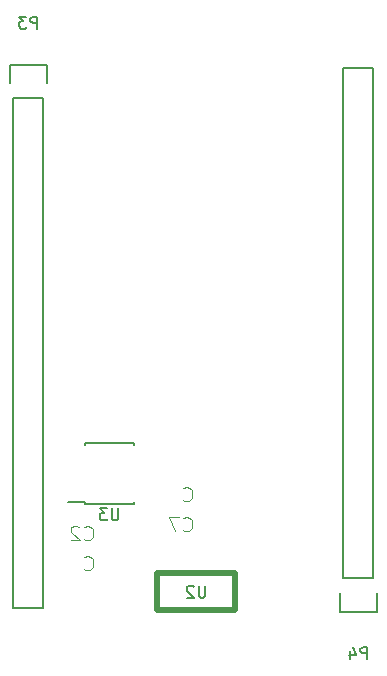
<source format=gbr>
G04 #@! TF.FileFunction,Legend,Bot*
%FSLAX46Y46*%
G04 Gerber Fmt 4.6, Leading zero omitted, Abs format (unit mm)*
G04 Created by KiCad (PCBNEW 4.0.3-stable) date 09/20/16 19:37:07*
%MOMM*%
%LPD*%
G01*
G04 APERTURE LIST*
%ADD10C,0.100000*%
%ADD11C,0.500000*%
%ADD12C,0.150000*%
%ADD13C,0.101600*%
G04 APERTURE END LIST*
D10*
D11*
X13464000Y-44014000D02*
X13464000Y-47114000D01*
X20064000Y-44014000D02*
X20064000Y-47114000D01*
X20064000Y-47114000D02*
X13464000Y-47114000D01*
X20064000Y-44014000D02*
X13464000Y-44014000D01*
D12*
X7323000Y-38135000D02*
X7323000Y-37990000D01*
X11473000Y-38135000D02*
X11473000Y-37990000D01*
X11473000Y-32985000D02*
X11473000Y-33130000D01*
X7323000Y-32985000D02*
X7323000Y-33130000D01*
X7323000Y-38135000D02*
X11473000Y-38135000D01*
X7323000Y-32985000D02*
X11473000Y-32985000D01*
X7323000Y-37990000D02*
X5923000Y-37990000D01*
X1270000Y-3810000D02*
X1270000Y-46990000D01*
X1270000Y-46990000D02*
X3810000Y-46990000D01*
X3810000Y-46990000D02*
X3810000Y-3810000D01*
X990000Y-990000D02*
X990000Y-2540000D01*
X1270000Y-3810000D02*
X3810000Y-3810000D01*
X4090000Y-2540000D02*
X4090000Y-990000D01*
X4090000Y-990000D02*
X990000Y-990000D01*
X31750000Y-44450000D02*
X31750000Y-1270000D01*
X31750000Y-1270000D02*
X29210000Y-1270000D01*
X29210000Y-1270000D02*
X29210000Y-44450000D01*
X32030000Y-47270000D02*
X32030000Y-45720000D01*
X31750000Y-44450000D02*
X29210000Y-44450000D01*
X28930000Y-45720000D02*
X28930000Y-47270000D01*
X28930000Y-47270000D02*
X32030000Y-47270000D01*
X17525905Y-45066381D02*
X17525905Y-45875905D01*
X17478286Y-45971143D01*
X17430667Y-46018762D01*
X17335429Y-46066381D01*
X17144952Y-46066381D01*
X17049714Y-46018762D01*
X17002095Y-45971143D01*
X16954476Y-45875905D01*
X16954476Y-45066381D01*
X16525905Y-45161619D02*
X16478286Y-45114000D01*
X16383048Y-45066381D01*
X16144952Y-45066381D01*
X16049714Y-45114000D01*
X16002095Y-45161619D01*
X15954476Y-45256857D01*
X15954476Y-45352095D01*
X16002095Y-45494952D01*
X16573524Y-46066381D01*
X15954476Y-46066381D01*
D13*
X7278310Y-41102643D02*
X7335762Y-41160095D01*
X7508119Y-41217548D01*
X7623024Y-41217548D01*
X7795381Y-41160095D01*
X7910286Y-41045190D01*
X7967738Y-40930286D01*
X8025190Y-40700476D01*
X8025190Y-40528119D01*
X7967738Y-40298310D01*
X7910286Y-40183405D01*
X7795381Y-40068500D01*
X7623024Y-40011048D01*
X7508119Y-40011048D01*
X7335762Y-40068500D01*
X7278310Y-40125952D01*
X6818690Y-40125952D02*
X6761238Y-40068500D01*
X6646333Y-40011048D01*
X6359071Y-40011048D01*
X6244167Y-40068500D01*
X6186714Y-40125952D01*
X6129262Y-40240857D01*
X6129262Y-40355762D01*
X6186714Y-40528119D01*
X6876143Y-41217548D01*
X6129262Y-41217548D01*
X7278310Y-43642643D02*
X7335762Y-43700095D01*
X7508119Y-43757548D01*
X7623024Y-43757548D01*
X7795381Y-43700095D01*
X7910286Y-43585190D01*
X7967738Y-43470286D01*
X8025190Y-43240476D01*
X8025190Y-43068119D01*
X7967738Y-42838310D01*
X7910286Y-42723405D01*
X7795381Y-42608500D01*
X7623024Y-42551048D01*
X7508119Y-42551048D01*
X7335762Y-42608500D01*
X7278310Y-42665952D01*
X15660310Y-40340643D02*
X15717762Y-40398095D01*
X15890119Y-40455548D01*
X16005024Y-40455548D01*
X16177381Y-40398095D01*
X16292286Y-40283190D01*
X16349738Y-40168286D01*
X16407190Y-39938476D01*
X16407190Y-39766119D01*
X16349738Y-39536310D01*
X16292286Y-39421405D01*
X16177381Y-39306500D01*
X16005024Y-39249048D01*
X15890119Y-39249048D01*
X15717762Y-39306500D01*
X15660310Y-39363952D01*
X15258143Y-39249048D02*
X14453810Y-39249048D01*
X14970881Y-40455548D01*
X15660310Y-37800643D02*
X15717762Y-37858095D01*
X15890119Y-37915548D01*
X16005024Y-37915548D01*
X16177381Y-37858095D01*
X16292286Y-37743190D01*
X16349738Y-37628286D01*
X16407190Y-37398476D01*
X16407190Y-37226119D01*
X16349738Y-36996310D01*
X16292286Y-36881405D01*
X16177381Y-36766500D01*
X16005024Y-36709048D01*
X15890119Y-36709048D01*
X15717762Y-36766500D01*
X15660310Y-36823952D01*
D12*
X10159905Y-38512381D02*
X10159905Y-39321905D01*
X10112286Y-39417143D01*
X10064667Y-39464762D01*
X9969429Y-39512381D01*
X9778952Y-39512381D01*
X9683714Y-39464762D01*
X9636095Y-39417143D01*
X9588476Y-39321905D01*
X9588476Y-38512381D01*
X9207524Y-38512381D02*
X8588476Y-38512381D01*
X8921810Y-38893333D01*
X8778952Y-38893333D01*
X8683714Y-38940952D01*
X8636095Y-38988571D01*
X8588476Y-39083810D01*
X8588476Y-39321905D01*
X8636095Y-39417143D01*
X8683714Y-39464762D01*
X8778952Y-39512381D01*
X9064667Y-39512381D01*
X9159905Y-39464762D01*
X9207524Y-39417143D01*
X3278095Y2107619D02*
X3278095Y3107619D01*
X2897142Y3107619D01*
X2801904Y3060000D01*
X2754285Y3012381D01*
X2706666Y2917143D01*
X2706666Y2774286D01*
X2754285Y2679048D01*
X2801904Y2631429D01*
X2897142Y2583810D01*
X3278095Y2583810D01*
X2373333Y3107619D02*
X1754285Y3107619D01*
X2087619Y2726667D01*
X1944761Y2726667D01*
X1849523Y2679048D01*
X1801904Y2631429D01*
X1754285Y2536190D01*
X1754285Y2298095D01*
X1801904Y2202857D01*
X1849523Y2155238D01*
X1944761Y2107619D01*
X2230476Y2107619D01*
X2325714Y2155238D01*
X2373333Y2202857D01*
X31218095Y-51272381D02*
X31218095Y-50272381D01*
X30837142Y-50272381D01*
X30741904Y-50320000D01*
X30694285Y-50367619D01*
X30646666Y-50462857D01*
X30646666Y-50605714D01*
X30694285Y-50700952D01*
X30741904Y-50748571D01*
X30837142Y-50796190D01*
X31218095Y-50796190D01*
X29789523Y-50605714D02*
X29789523Y-51272381D01*
X30027619Y-50224762D02*
X30265714Y-50939048D01*
X29646666Y-50939048D01*
M02*

</source>
